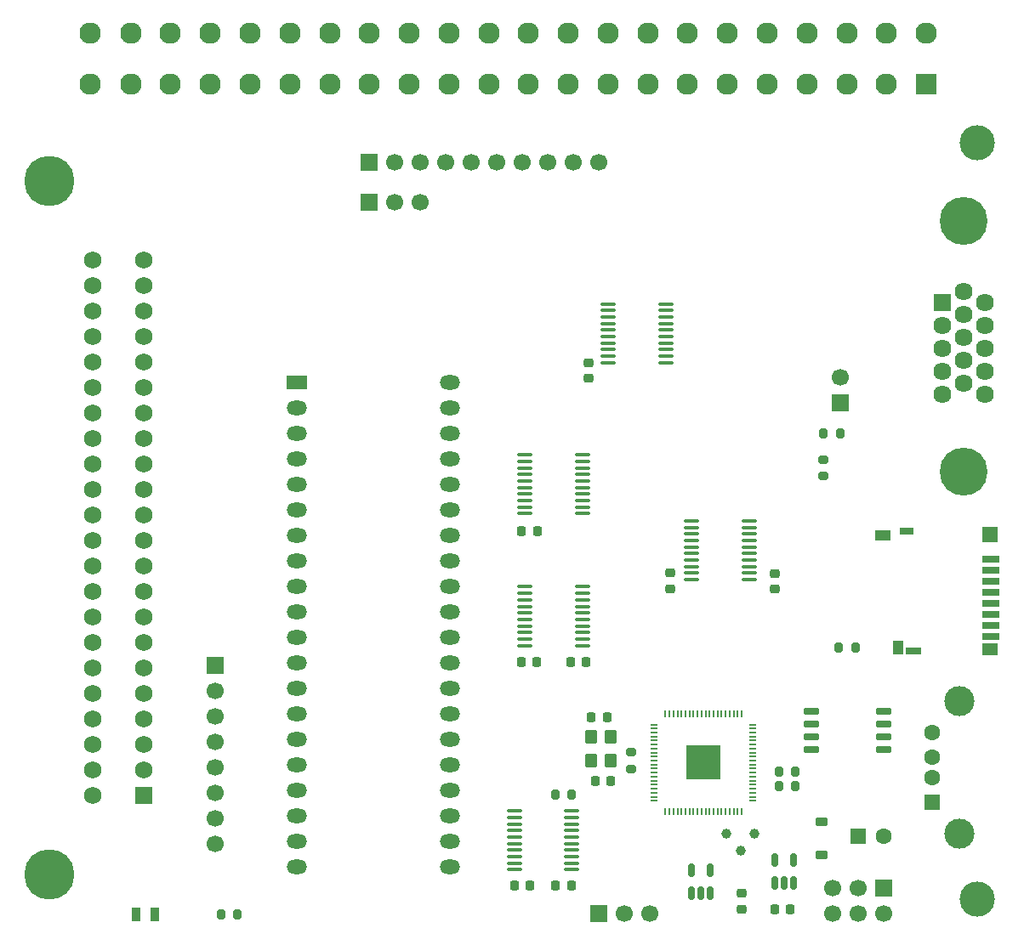
<source format=gts>
G04 #@! TF.GenerationSoftware,KiCad,Pcbnew,9.0.7*
G04 #@! TF.CreationDate,2026-02-02T16:02:05+11:00*
G04 #@! TF.ProjectId,FlashCartProgrammer,466c6173-6843-4617-9274-50726f677261,rev?*
G04 #@! TF.SameCoordinates,Original*
G04 #@! TF.FileFunction,Soldermask,Top*
G04 #@! TF.FilePolarity,Negative*
%FSLAX46Y46*%
G04 Gerber Fmt 4.6, Leading zero omitted, Abs format (unit mm)*
G04 Created by KiCad (PCBNEW 9.0.7) date 2026-02-02 16:02:05*
%MOMM*%
%LPD*%
G01*
G04 APERTURE LIST*
G04 Aperture macros list*
%AMRoundRect*
0 Rectangle with rounded corners*
0 $1 Rounding radius*
0 $2 $3 $4 $5 $6 $7 $8 $9 X,Y pos of 4 corners*
0 Add a 4 corners polygon primitive as box body*
4,1,4,$2,$3,$4,$5,$6,$7,$8,$9,$2,$3,0*
0 Add four circle primitives for the rounded corners*
1,1,$1+$1,$2,$3*
1,1,$1+$1,$4,$5*
1,1,$1+$1,$6,$7*
1,1,$1+$1,$8,$9*
0 Add four rect primitives between the rounded corners*
20,1,$1+$1,$2,$3,$4,$5,0*
20,1,$1+$1,$4,$5,$6,$7,0*
20,1,$1+$1,$6,$7,$8,$9,0*
20,1,$1+$1,$8,$9,$2,$3,0*%
G04 Aperture macros list end*
%ADD10RoundRect,0.200000X-0.275000X0.200000X-0.275000X-0.200000X0.275000X-0.200000X0.275000X0.200000X0*%
%ADD11RoundRect,0.100000X0.637500X0.100000X-0.637500X0.100000X-0.637500X-0.100000X0.637500X-0.100000X0*%
%ADD12RoundRect,0.200000X-0.200000X-0.275000X0.200000X-0.275000X0.200000X0.275000X-0.200000X0.275000X0*%
%ADD13RoundRect,0.225000X0.375000X-0.225000X0.375000X0.225000X-0.375000X0.225000X-0.375000X-0.225000X0*%
%ADD14C,4.770000*%
%ADD15R,1.785000X1.785000*%
%ADD16C,1.785000*%
%ADD17RoundRect,0.225000X-0.225000X-0.250000X0.225000X-0.250000X0.225000X0.250000X-0.225000X0.250000X0*%
%ADD18R,1.700000X1.700000*%
%ADD19C,1.700000*%
%ADD20R,1.500000X0.800000*%
%ADD21R,1.500000X1.195000*%
%ADD22R,1.500000X1.500000*%
%ADD23R,1.400000X0.800000*%
%ADD24R,1.750000X0.800000*%
%ADD25R,1.000000X1.450000*%
%ADD26R,1.550000X1.000000*%
%ADD27RoundRect,0.250000X0.350000X-0.450000X0.350000X0.450000X-0.350000X0.450000X-0.350000X-0.450000X0*%
%ADD28RoundRect,0.225000X0.250000X-0.225000X0.250000X0.225000X-0.250000X0.225000X-0.250000X-0.225000X0*%
%ADD29R,0.950000X1.400000*%
%ADD30C,3.500000*%
%ADD31RoundRect,0.150000X0.150000X-0.512500X0.150000X0.512500X-0.150000X0.512500X-0.150000X-0.512500X0*%
%ADD32RoundRect,0.225000X0.225000X0.250000X-0.225000X0.250000X-0.225000X-0.250000X0.225000X-0.250000X0*%
%ADD33R,0.220000X0.780000*%
%ADD34R,0.780000X0.220000*%
%ADD35C,0.425000*%
%ADD36R,3.400000X3.400000*%
%ADD37RoundRect,0.250000X-0.550000X-0.550000X0.550000X-0.550000X0.550000X0.550000X-0.550000X0.550000X0*%
%ADD38C,1.600000*%
%ADD39R,2.130000X2.130000*%
%ADD40C,2.130000*%
%ADD41RoundRect,0.200000X0.200000X0.275000X-0.200000X0.275000X-0.200000X-0.275000X0.200000X-0.275000X0*%
%ADD42C,1.000000*%
%ADD43C,5.000000*%
%ADD44C,1.750000*%
%ADD45R,1.500000X1.600000*%
%ADD46C,3.000000*%
%ADD47RoundRect,0.150000X-0.650000X-0.150000X0.650000X-0.150000X0.650000X0.150000X-0.650000X0.150000X0*%
%ADD48RoundRect,0.200000X0.275000X-0.200000X0.275000X0.200000X-0.275000X0.200000X-0.275000X-0.200000X0*%
%ADD49R,2.000000X1.440000*%
%ADD50O,2.000000X1.440000*%
G04 APERTURE END LIST*
D10*
X156486535Y-130264863D03*
X156486535Y-131914863D03*
D11*
X150625000Y-141950000D03*
X150625000Y-141300000D03*
X150625000Y-140650000D03*
X150625000Y-140000000D03*
X150625000Y-139350000D03*
X150625000Y-138700000D03*
X150625000Y-138050000D03*
X150625000Y-137400000D03*
X150625000Y-136750000D03*
X150625000Y-136100000D03*
X144900000Y-136100000D03*
X144900000Y-136750000D03*
X144900000Y-137400000D03*
X144900000Y-138050000D03*
X144900000Y-138700000D03*
X144900000Y-139350000D03*
X144900000Y-140000000D03*
X144900000Y-140650000D03*
X144900000Y-141300000D03*
X144900000Y-141950000D03*
D12*
X171250000Y-132149530D03*
X172900000Y-132149530D03*
D13*
X175520000Y-140500000D03*
X175520000Y-137200000D03*
D14*
X189630000Y-102290000D03*
X189630000Y-77300000D03*
D15*
X187530000Y-85480000D03*
D16*
X187530000Y-87770000D03*
X187530000Y-90060000D03*
X187530000Y-92350000D03*
X187530000Y-94640000D03*
X189630000Y-84340000D03*
X189630000Y-86630000D03*
X189630000Y-88920000D03*
X189630000Y-91210000D03*
X189630000Y-93500000D03*
X191710000Y-85480000D03*
X191710000Y-87770000D03*
X191710000Y-90060000D03*
X191710000Y-92350000D03*
X191710000Y-94640000D03*
D17*
X145625000Y-108200000D03*
X147175000Y-108200000D03*
D18*
X130470000Y-75500000D03*
D19*
X133010000Y-75500000D03*
X135550000Y-75500000D03*
D18*
X153330000Y-146370000D03*
D19*
X155870000Y-146370000D03*
X158410000Y-146370000D03*
D20*
X184635000Y-120140000D03*
D21*
X192235000Y-119992500D03*
D22*
X192235000Y-108540000D03*
D23*
X183985000Y-108190000D03*
D24*
X192360000Y-110990000D03*
X192360000Y-112090000D03*
X192360000Y-113190000D03*
X192360000Y-114290000D03*
X192360000Y-115390000D03*
X192360000Y-116490000D03*
X192360000Y-117590000D03*
X192360000Y-118690000D03*
D25*
X183135000Y-119815000D03*
D26*
X181560000Y-108640000D03*
D11*
X151675000Y-106475000D03*
X151675000Y-105825000D03*
X151675000Y-105175000D03*
X151675000Y-104525000D03*
X151675000Y-103875000D03*
X151675000Y-103225000D03*
X151675000Y-102575000D03*
X151675000Y-101925000D03*
X151675000Y-101275000D03*
X151675000Y-100625000D03*
X145950000Y-100625000D03*
X145950000Y-101275000D03*
X145950000Y-101925000D03*
X145950000Y-102575000D03*
X145950000Y-103225000D03*
X145950000Y-103875000D03*
X145950000Y-104525000D03*
X145950000Y-105175000D03*
X145950000Y-105825000D03*
X145950000Y-106475000D03*
X168275000Y-113050000D03*
X168275000Y-112400000D03*
X168275000Y-111750000D03*
X168275000Y-111100000D03*
X168275000Y-110450000D03*
X168275000Y-109800000D03*
X168275000Y-109150000D03*
X168275000Y-108500000D03*
X168275000Y-107850000D03*
X168275000Y-107200000D03*
X162550000Y-107200000D03*
X162550000Y-107850000D03*
X162550000Y-108500000D03*
X162550000Y-109150000D03*
X162550000Y-109800000D03*
X162550000Y-110450000D03*
X162550000Y-111100000D03*
X162550000Y-111750000D03*
X162550000Y-112400000D03*
X162550000Y-113050000D03*
D27*
X154486535Y-131089863D03*
X154486535Y-128689863D03*
X152586535Y-128689863D03*
X152586535Y-131089863D03*
D28*
X167510000Y-145864863D03*
X167510000Y-144314863D03*
D29*
X107250000Y-146400000D03*
X109150000Y-146400000D03*
D18*
X177335000Y-95460000D03*
D19*
X177335000Y-92920000D03*
D30*
X190960000Y-144850000D03*
D31*
X170792500Y-143267637D03*
X171742500Y-143267637D03*
X172692500Y-143267637D03*
X172692500Y-140992637D03*
X170792500Y-140992637D03*
D32*
X152025000Y-121300000D03*
X150475000Y-121300000D03*
D11*
X160000000Y-91450000D03*
X160000000Y-90800000D03*
X160000000Y-90150000D03*
X160000000Y-89500000D03*
X160000000Y-88850000D03*
X160000000Y-88200000D03*
X160000000Y-87550000D03*
X160000000Y-86900000D03*
X160000000Y-86250000D03*
X160000000Y-85600000D03*
X154275000Y-85600000D03*
X154275000Y-86250000D03*
X154275000Y-86900000D03*
X154275000Y-87550000D03*
X154275000Y-88200000D03*
X154275000Y-88850000D03*
X154275000Y-89500000D03*
X154275000Y-90150000D03*
X154275000Y-90800000D03*
X154275000Y-91450000D03*
D17*
X144900000Y-143550000D03*
X146450000Y-143550000D03*
D18*
X181710000Y-143830000D03*
D19*
X181710000Y-146370000D03*
X179170000Y-143830000D03*
X179170000Y-146370000D03*
X176630000Y-143830000D03*
X176630000Y-146370000D03*
D11*
X151675000Y-119625000D03*
X151675000Y-118975000D03*
X151675000Y-118325000D03*
X151675000Y-117675000D03*
X151675000Y-117025000D03*
X151675000Y-116375000D03*
X151675000Y-115725000D03*
X151675000Y-115075000D03*
X151675000Y-114425000D03*
X151675000Y-113775000D03*
X145950000Y-113775000D03*
X145950000Y-114425000D03*
X145950000Y-115075000D03*
X145950000Y-115725000D03*
X145950000Y-116375000D03*
X145950000Y-117025000D03*
X145950000Y-117675000D03*
X145950000Y-118325000D03*
X145950000Y-118975000D03*
X145950000Y-119625000D03*
D33*
X167540035Y-126396863D03*
X167140035Y-126396863D03*
X166740035Y-126396863D03*
X166340035Y-126396863D03*
X165940035Y-126396863D03*
X165540035Y-126396863D03*
X165140035Y-126396863D03*
X164740035Y-126396863D03*
X164340035Y-126396863D03*
X163940035Y-126396863D03*
X163540035Y-126396863D03*
X163140035Y-126396863D03*
X162740035Y-126396863D03*
X162340035Y-126396863D03*
X161940035Y-126396863D03*
X161540035Y-126396863D03*
X161140035Y-126396863D03*
X160740035Y-126396863D03*
X160340035Y-126396863D03*
X159940035Y-126396863D03*
D34*
X158843535Y-127493363D03*
X158843535Y-127893363D03*
X158843535Y-128293363D03*
X158843535Y-128693363D03*
X158843535Y-129093363D03*
X158843535Y-129493363D03*
X158843535Y-129893363D03*
X158843535Y-130293363D03*
X158843535Y-130693363D03*
X158843535Y-131093363D03*
X158843535Y-131493363D03*
X158843535Y-131893363D03*
X158843535Y-132293363D03*
X158843535Y-132693363D03*
X158843535Y-133093363D03*
X158843535Y-133493363D03*
X158843535Y-133893363D03*
X158843535Y-134293363D03*
X158843535Y-134693363D03*
X158843535Y-135093363D03*
D33*
X159940035Y-136189863D03*
X160340035Y-136189863D03*
X160740035Y-136189863D03*
X161140035Y-136189863D03*
X161540035Y-136189863D03*
X161940035Y-136189863D03*
X162340035Y-136189863D03*
X162740035Y-136189863D03*
X163140035Y-136189863D03*
X163540035Y-136189863D03*
X163940035Y-136189863D03*
X164340035Y-136189863D03*
X164740035Y-136189863D03*
X165140035Y-136189863D03*
X165540035Y-136189863D03*
X165940035Y-136189863D03*
X166340035Y-136189863D03*
X166740035Y-136189863D03*
X167140035Y-136189863D03*
X167540035Y-136189863D03*
D34*
X168636535Y-135093363D03*
X168636535Y-134693363D03*
X168636535Y-134293363D03*
X168636535Y-133893363D03*
X168636535Y-133493363D03*
X168636535Y-133093363D03*
X168636535Y-132693363D03*
X168636535Y-132293363D03*
X168636535Y-131893363D03*
X168636535Y-131493363D03*
X168636535Y-131093363D03*
X168636535Y-130693363D03*
X168636535Y-130293363D03*
X168636535Y-129893363D03*
X168636535Y-129493363D03*
X168636535Y-129093363D03*
X168636535Y-128693363D03*
X168636535Y-128293363D03*
X168636535Y-127893363D03*
X168636535Y-127493363D03*
D35*
X164740035Y-130293363D03*
X163740035Y-130293363D03*
X162740035Y-130293363D03*
X164740035Y-131293363D03*
X163740035Y-131293363D03*
D36*
X163740035Y-131293363D03*
D35*
X162740035Y-131293363D03*
X164740035Y-132293363D03*
X163740035Y-132293363D03*
X162740035Y-132293363D03*
D37*
X179170000Y-138620000D03*
D38*
X181670000Y-138620000D03*
D32*
X154136535Y-126736363D03*
X152586535Y-126736363D03*
D39*
X185910000Y-63700000D03*
D40*
X181950000Y-63700000D03*
X177990000Y-63700000D03*
X174030000Y-63700000D03*
X170070000Y-63700000D03*
X166110000Y-63700000D03*
X162150000Y-63700000D03*
X158190000Y-63700000D03*
X154230000Y-63700000D03*
X150270000Y-63700000D03*
X146310000Y-63700000D03*
X142350000Y-63700000D03*
X138390000Y-63700000D03*
X134430000Y-63700000D03*
X130470000Y-63700000D03*
X126510000Y-63700000D03*
X122550000Y-63700000D03*
X118590000Y-63700000D03*
X114630000Y-63700000D03*
X110670000Y-63700000D03*
X106710000Y-63700000D03*
X102700000Y-63700000D03*
X185910000Y-58620000D03*
X181950000Y-58620000D03*
X177990000Y-58620000D03*
X174030000Y-58620000D03*
X170070000Y-58620000D03*
X166110000Y-58620000D03*
X162150000Y-58620000D03*
X158190000Y-58620000D03*
X154230000Y-58620000D03*
X150270000Y-58620000D03*
X146310000Y-58620000D03*
X142350000Y-58620000D03*
X138390000Y-58620000D03*
X134430000Y-58620000D03*
X130470000Y-58620000D03*
X126510000Y-58620000D03*
X122550000Y-58620000D03*
X118590000Y-58620000D03*
X114630000Y-58620000D03*
X110670000Y-58620000D03*
X106710000Y-58620000D03*
X102700000Y-58620000D03*
D31*
X162540035Y-144327363D03*
X163490035Y-144327363D03*
X164440035Y-144327363D03*
X164440035Y-142052363D03*
X162540035Y-142052363D03*
D32*
X150575000Y-143550000D03*
X149025000Y-143550000D03*
D41*
X150625000Y-134500000D03*
X148975000Y-134500000D03*
D30*
X190960000Y-69570000D03*
D42*
X167440035Y-140089863D03*
D12*
X177185000Y-119815000D03*
X178835000Y-119815000D03*
X171250000Y-133610000D03*
X172900000Y-133610000D03*
D18*
X130470000Y-71500000D03*
D19*
X133010000Y-71500000D03*
X135550000Y-71500000D03*
X138090000Y-71500000D03*
X140630000Y-71500000D03*
X143170000Y-71500000D03*
X145710000Y-71500000D03*
X148250000Y-71500000D03*
X150790000Y-71500000D03*
X153330000Y-71500000D03*
D43*
X98629800Y-73381400D03*
X98629800Y-142471400D03*
D18*
X107969800Y-134596400D03*
D44*
X107969800Y-132056400D03*
X107969800Y-129516400D03*
X107969800Y-126976400D03*
X107969800Y-124436400D03*
X107969800Y-121896400D03*
X107969800Y-119356400D03*
X107969800Y-116816400D03*
X107969800Y-114276400D03*
X107969800Y-111736400D03*
X107969800Y-109196400D03*
X107969800Y-106656400D03*
X107969800Y-104116400D03*
X107969800Y-101576400D03*
X107969800Y-99036400D03*
X107969800Y-96496400D03*
X107969800Y-93956400D03*
X107969800Y-91416400D03*
X107969800Y-88876400D03*
X107969800Y-86336400D03*
X107969800Y-83796400D03*
X107969800Y-81256400D03*
X102889800Y-134596400D03*
X102889800Y-132056400D03*
X102889800Y-129516400D03*
X102889800Y-126976400D03*
X102889800Y-124436400D03*
X102889800Y-121896400D03*
X102889800Y-119356400D03*
X102889800Y-116816400D03*
X102889800Y-114276400D03*
X102889800Y-111736400D03*
X102889800Y-109196400D03*
X102889800Y-106656400D03*
X102889800Y-104116400D03*
X102889800Y-101576400D03*
X102889800Y-99036400D03*
X102889800Y-96496400D03*
X102889800Y-93956400D03*
X102889800Y-91416400D03*
X102889800Y-88876400D03*
X102889800Y-86336400D03*
X102889800Y-83796400D03*
X102889800Y-81256400D03*
D18*
X115120000Y-121610000D03*
D19*
X115120000Y-124150000D03*
X115120000Y-126690000D03*
X115120000Y-129230000D03*
X115120000Y-131770000D03*
X115120000Y-134310000D03*
X115120000Y-136850000D03*
X115120000Y-139390000D03*
D17*
X152936535Y-133086363D03*
X154486535Y-133086363D03*
D45*
X186530000Y-135270000D03*
D38*
X186530000Y-132770000D03*
X186530000Y-130770000D03*
X186530000Y-128270000D03*
D46*
X189240000Y-138340000D03*
X189240000Y-125200000D03*
D12*
X175685000Y-98510000D03*
X177335000Y-98510000D03*
D47*
X174491035Y-126139863D03*
X174491035Y-127409863D03*
X174491035Y-128679863D03*
X174491035Y-129949863D03*
X181691035Y-129949863D03*
X181691035Y-128679863D03*
X181691035Y-127409863D03*
X181691035Y-126139863D03*
D12*
X115675000Y-146400000D03*
X117325000Y-146400000D03*
D42*
X168840035Y-138389863D03*
D28*
X160450000Y-113950000D03*
X160450000Y-112400000D03*
D17*
X145600000Y-121250000D03*
X147150000Y-121250000D03*
D32*
X172342500Y-145920000D03*
X170792500Y-145920000D03*
D48*
X175685000Y-102760000D03*
X175685000Y-101110000D03*
D49*
X123260000Y-93400000D03*
D50*
X123260000Y-95940000D03*
X123260000Y-98480000D03*
X123260000Y-101020000D03*
X123260000Y-103560000D03*
X123260000Y-106100000D03*
X123260000Y-108640000D03*
X123260000Y-111180000D03*
X123260000Y-113720000D03*
X123260000Y-116260000D03*
X123260000Y-118800000D03*
X123260000Y-121340000D03*
X123260000Y-123880000D03*
X123260000Y-126420000D03*
X123260000Y-128960000D03*
X123260000Y-131500000D03*
X123260000Y-134040000D03*
X123260000Y-136580000D03*
X123260000Y-139120000D03*
X123260000Y-141660000D03*
X138500000Y-141660000D03*
X138500000Y-139120000D03*
X138500000Y-136580000D03*
X138500000Y-134040000D03*
X138500000Y-131500000D03*
X138500000Y-128960000D03*
X138500000Y-126420000D03*
X138500000Y-123880000D03*
X138500000Y-121340000D03*
X138500000Y-118800000D03*
X138500000Y-116260000D03*
X138500000Y-113720000D03*
X138500000Y-111180000D03*
X138500000Y-108640000D03*
X138500000Y-106100000D03*
X138500000Y-103560000D03*
X138500000Y-101020000D03*
X138500000Y-98480000D03*
X138500000Y-95940000D03*
X138500000Y-93400000D03*
D42*
X166040035Y-138389863D03*
D28*
X152250000Y-93000000D03*
X152250000Y-91450000D03*
X170825000Y-114000000D03*
X170825000Y-112450000D03*
M02*

</source>
